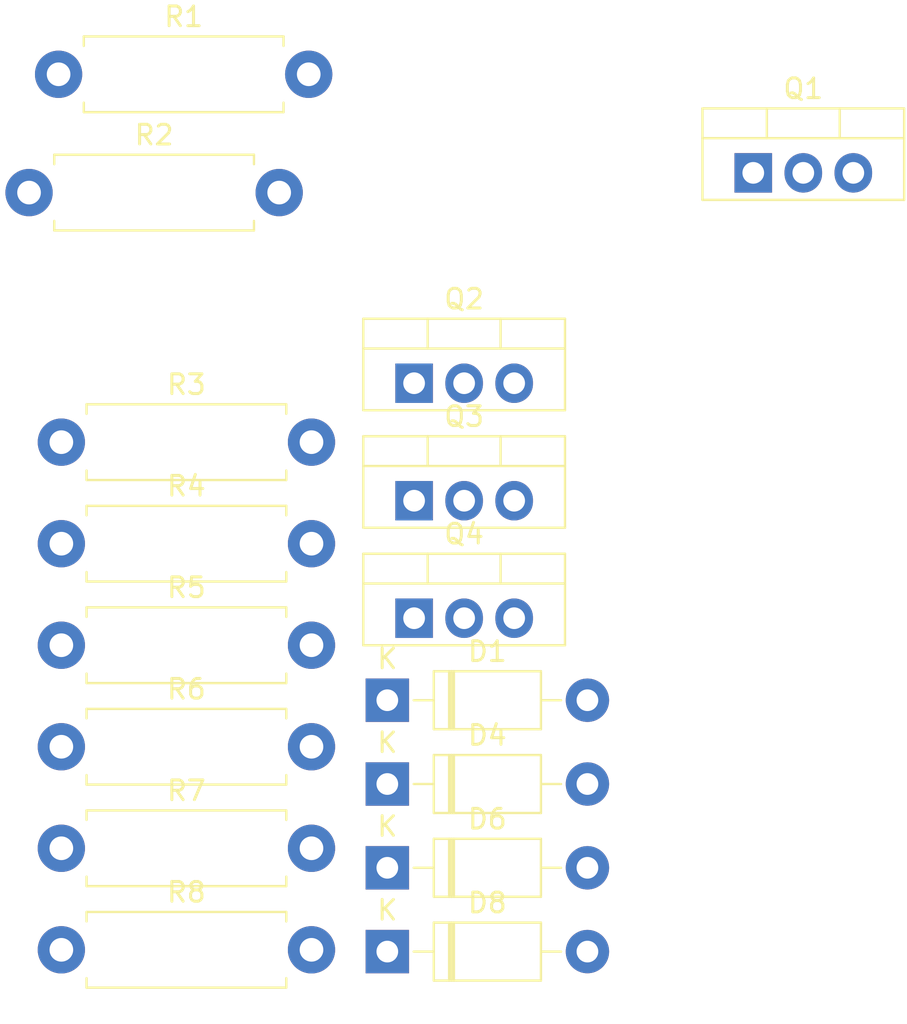
<source format=kicad_pcb>
(kicad_pcb (version 20240108) (generator "pcbnew") (generator_version "8.0")
  (layers (0 "F.Cu" signal) (31 "B.Cu" signal) (34 "B.Paste" user) (35 "F.Paste" user) (36 "B.SilkS" user "B.Silkscreen") (37 "F.SilkS" user "F.Silkscreen") (38 "B.Mask" user) (39 "F.Mask" user) (44 "Edge.Cuts" user))
  (net 0 "")
  (net 1 "Net-(D1-K)")
  (net 2 "Net-(D1-A)")
  (net 3 "Net-(D4-K)")
  (net 4 "Net-(D3-K)")
  (net 5 "Net-(D6-K)")
  (net 6 "Net-(D5-K)")
  (net 7 "Net-(D8-K)")
  (net 8 "Net-(D7-K)")
  (net 9 "GND")
  (net 10 "Net-(J2-Pin_8)")
  (net 11 "Net-(J2-Pin_6)")
  (net 12 "Net-(J2-Pin_4)")
  (net 13 "Net-(J2-Pin_2)")
  (net 14 "Net-(D2-A)")
  (net 15 "Net-(D3-A)")
  (net 16 "Net-(D5-A)")
  (net 17 "Net-(D7-A)")
  (footprint "Resistor_THT:R_Axial_DIN0411_L9.9mm_D3.6mm_P12.70mm_Horizontal" (layer "F.Cu") (at 91.79 81.26)
    (property "Reference" "R7" (at 6.35 -2.92 0) (layer "F.SilkS"))
    (property "Value" "130")
    (fp_line (start 1.28 -1.92) (end 11.42 -1.92) (stroke (width 0.12)) (layer "F.SilkS"))
    (fp_line (start 1.28 -1.44) (end 1.28 -1.92) (stroke (width 0.12)) (layer "F.SilkS"))
    (fp_line (start 1.28 1.44) (end 1.28 1.92) (stroke (width 0.12)) (layer "F.SilkS"))
    (fp_line (start 1.28 1.92) (end 11.42 1.92) (stroke (width 0.12)) (layer "F.SilkS"))
    (fp_line (start 11.42 -1.92) (end 11.42 -1.44) (stroke (width 0.12)) (layer "F.SilkS"))
    (fp_line (start 11.42 1.92) (end 11.42 1.44) (stroke (width 0.12)) (layer "F.SilkS"))
    (pad "1" thru_hole circle (at 0 0) (size 2.4 2.4) (drill 1.2) (layers "*.Cu" "*.Mask") (net 7 "Net-(D8-K)"))
    (pad "2" thru_hole oval (at 12.7 0) (size 2.4 2.4) (drill 1.2) (layers "*.Cu" "*.Mask") (net 17 "Net-(D7-A)"))
  )
  (footprint "Package_TO_SOT_THT:TO-220-3_Vertical" (layer "F.Cu") (at 126.92 47)
    (property "Reference" "Q1" (at 2.54 -4.27 0) (layer "F.SilkS"))
    (property "Value" "IRLZ44N")
    (fp_line (start -2.58 -3.27) (end -2.58 1.371) (stroke (width 0.12)) (layer "F.SilkS"))
    (fp_line (start -2.58 -3.27) (end 7.66 -3.27) (stroke (width 0.12)) (layer "F.SilkS"))
    (fp_line (start -2.58 -1.76) (end 7.66 -1.76) (stroke (width 0.12)) (layer "F.SilkS"))
    (fp_line (start -2.58 1.371) (end 7.66 1.371) (stroke (width 0.12)) (layer "F.SilkS"))
    (fp_line (start 0.69 -3.27) (end 0.69 -1.76) (stroke (width 0.12)) (layer "F.SilkS"))
    (fp_line (start 4.391 -3.27) (end 4.391 -1.76) (stroke (width 0.12)) (layer "F.SilkS"))
    (fp_line (start 7.66 -3.27) (end 7.66 1.371) (stroke (width 0.12)) (layer "F.SilkS"))
    (pad "1" thru_hole rect (at 0 0) (size 1.905 2) (drill 1.1) (layers "*.Cu" "*.Mask") (net 10 "Net-(J2-Pin_8)"))
    (pad "2" thru_hole oval (at 2.54 0) (size 1.905 2) (drill 1.1) (layers "*.Cu" "*.Mask") (net 2 "Net-(D1-A)"))
    (pad "3" thru_hole oval (at 5.08 0) (size 1.905 2) (drill 1.1) (layers "*.Cu" "*.Mask") (net 9 "GND"))
  )
  (footprint "Package_TO_SOT_THT:TO-220-3_Vertical" (layer "F.Cu") (at 109.7 69.59)
    (property "Reference" "Q4" (at 2.54 -4.27 0) (layer "F.SilkS"))
    (property "Value" "IRLZ44N")
    (fp_line (start -2.58 -3.27) (end -2.58 1.371) (stroke (width 0.12)) (layer "F.SilkS"))
    (fp_line (start -2.58 -3.27) (end 7.66 -3.27) (stroke (width 0.12)) (layer "F.SilkS"))
    (fp_line (start -2.58 -1.76) (end 7.66 -1.76) (stroke (width 0.12)) (layer "F.SilkS"))
    (fp_line (start -2.58 1.371) (end 7.66 1.371) (stroke (width 0.12)) (layer "F.SilkS"))
    (fp_line (start 0.69 -3.27) (end 0.69 -1.76) (stroke (width 0.12)) (layer "F.SilkS"))
    (fp_line (start 4.391 -3.27) (end 4.391 -1.76) (stroke (width 0.12)) (layer "F.SilkS"))
    (fp_line (start 7.66 -3.27) (end 7.66 1.371) (stroke (width 0.12)) (layer "F.SilkS"))
    (pad "1" thru_hole rect (at 0 0) (size 1.905 2) (drill 1.1) (layers "*.Cu" "*.Mask") (net 13 "Net-(J2-Pin_2)"))
    (pad "2" thru_hole oval (at 2.54 0) (size 1.905 2) (drill 1.1) (layers "*.Cu" "*.Mask") (net 8 "Net-(D7-K)"))
    (pad "3" thru_hole oval (at 5.08 0) (size 1.905 2) (drill 1.1) (layers "*.Cu" "*.Mask") (net 9 "GND"))
  )
  (footprint "Package_TO_SOT_THT:TO-220-3_Vertical" (layer "F.Cu") (at 109.7 57.67)
    (property "Reference" "Q2" (at 2.54 -4.27 0) (layer "F.SilkS"))
    (property "Value" "IRLZ44N")
    (fp_line (start -2.58 -3.27) (end -2.58 1.371) (stroke (width 0.12)) (layer "F.SilkS"))
    (fp_line (start -2.58 -3.27) (end 7.66 -3.27) (stroke (width 0.12)) (layer "F.SilkS"))
    (fp_line (start -2.58 -1.76) (end 7.66 -1.76) (stroke (width 0.12)) (layer "F.SilkS"))
    (fp_line (start -2.58 1.371) (end 7.66 1.371) (stroke (width 0.12)) (layer "F.SilkS"))
    (fp_line (start 0.69 -3.27) (end 0.69 -1.76) (stroke (width 0.12)) (layer "F.SilkS"))
    (fp_line (start 4.391 -3.27) (end 4.391 -1.76) (stroke (width 0.12)) (layer "F.SilkS"))
    (fp_line (start 7.66 -3.27) (end 7.66 1.371) (stroke (width 0.12)) (layer "F.SilkS"))
    (pad "1" thru_hole rect (at 0 0) (size 1.905 2) (drill 1.1) (layers "*.Cu" "*.Mask") (net 11 "Net-(J2-Pin_6)"))
    (pad "2" thru_hole oval (at 2.54 0) (size 1.905 2) (drill 1.1) (layers "*.Cu" "*.Mask") (net 4 "Net-(D3-K)"))
    (pad "3" thru_hole oval (at 5.08 0) (size 1.905 2) (drill 1.1) (layers "*.Cu" "*.Mask") (net 9 "GND"))
  )
  (footprint "Diode_THT:D_DO-41_SOD81_P10.16mm_Horizontal" (layer "F.Cu") (at 108.34 78)
    (property "Reference" "D4" (at 5.08 -2.47 0) (layer "F.SilkS"))
    (property "Value" "1N4001")
    (fp_line (start 1.34 0) (end 2.36 0) (stroke (width 0.12)) (layer "F.SilkS"))
    (fp_line (start 2.36 -1.47) (end 2.36 1.47) (stroke (width 0.12)) (layer "F.SilkS"))
    (fp_line (start 2.36 1.47) (end 7.8 1.47) (stroke (width 0.12)) (layer "F.SilkS"))
    (fp_line (start 3.14 -1.47) (end 3.14 1.47) (stroke (width 0.12)) (layer "F.SilkS"))
    (fp_line (start 3.26 -1.47) (end 3.26 1.47) (stroke (width 0.12)) (layer "F.SilkS"))
    (fp_line (start 3.38 -1.47) (end 3.38 1.47) (stroke (width 0.12)) (layer "F.SilkS"))
    (fp_line (start 7.8 -1.47) (end 2.36 -1.47) (stroke (width 0.12)) (layer "F.SilkS"))
    (fp_line (start 7.8 1.47) (end 7.8 -1.47) (stroke (width 0.12)) (layer "F.SilkS"))
    (fp_line (start 8.82 0) (end 7.8 0) (stroke (width 0.12)) (layer "F.SilkS"))
    (fp_text user "K" (at 0 -2.1 0) (layer "F.SilkS"))
    (pad "1" thru_hole rect (at 0 0) (size 2.2 2.2) (drill 1.1) (layers "*.Cu" "*.Mask") (net 3 "Net-(D4-K)"))
    (pad "2" thru_hole oval (at 10.16 0) (size 2.2 2.2) (drill 1.1) (layers "*.Cu" "*.Mask") (net 4 "Net-(D3-K)"))
  )
  (footprint "Resistor_THT:R_Axial_DIN0411_L9.9mm_D3.6mm_P12.70mm_Horizontal" (layer "F.Cu") (at 91.79 65.81)
    (property "Reference" "R4" (at 6.35 -2.92 0) (layer "F.SilkS"))
    (property "Value" "10K")
    (fp_line (start 1.28 -1.92) (end 11.42 -1.92) (stroke (width 0.12)) (layer "F.SilkS"))
    (fp_line (start 1.28 -1.44) (end 1.28 -1.92) (stroke (width 0.12)) (layer "F.SilkS"))
    (fp_line (start 1.28 1.44) (end 1.28 1.92) (stroke (width 0.12)) (layer "F.SilkS"))
    (fp_line (start 1.28 1.92) (end 11.42 1.92) (stroke (width 0.12)) (layer "F.SilkS"))
    (fp_line (start 11.42 -1.92) (end 11.42 -1.44) (stroke (width 0.12)) (layer "F.SilkS"))
    (fp_line (start 11.42 1.92) (end 11.42 1.44) (stroke (width 0.12)) (layer "F.SilkS"))
    (pad "1" thru_hole circle (at 0 0) (size 2.4 2.4) (drill 1.2) (layers "*.Cu" "*.Mask") (net 11 "Net-(J2-Pin_6)"))
    (pad "2" thru_hole oval (at 12.7 0) (size 2.4 2.4) (drill 1.2) (layers "*.Cu" "*.Mask") (net 9 "GND"))
  )
  (footprint "Resistor_THT:R_Axial_DIN0411_L9.9mm_D3.6mm_P12.70mm_Horizontal" (layer "F.Cu") (at 90.15 48)
    (property "Reference" "R2" (at 6.35 -2.92 0) (layer "F.SilkS"))
    (property "Value" "130")
    (fp_line (start 1.28 -1.92) (end 11.42 -1.92) (stroke (width 0.12)) (layer "F.SilkS"))
    (fp_line (start 1.28 -1.44) (end 1.28 -1.92) (stroke (width 0.12)) (layer "F.SilkS"))
    (fp_line (start 1.28 1.44) (end 1.28 1.92) (stroke (width 0.12)) (layer "F.SilkS"))
    (fp_line (start 1.28 1.92) (end 11.42 1.92) (stroke (width 0.12)) (layer "F.SilkS"))
    (fp_line (start 11.42 -1.92) (end 11.42 -1.44) (stroke (width 0.12)) (layer "F.SilkS"))
    (fp_line (start 11.42 1.92) (end 11.42 1.44) (stroke (width 0.12)) (layer "F.SilkS"))
    (pad "1" thru_hole circle (at 0 0) (size 2.4 2.4) (drill 1.2) (layers "*.Cu" "*.Mask") (net 1 "Net-(D1-K)"))
    (pad "2" thru_hole oval (at 12.7 0) (size 2.4 2.4) (drill 1.2) (layers "*.Cu" "*.Mask") (net 14 "Net-(D2-A)"))
  )
  (footprint "Resistor_THT:R_Axial_DIN0411_L9.9mm_D3.6mm_P12.70mm_Horizontal" (layer "F.Cu") (at 91.79 70.96)
    (property "Reference" "R5" (at 6.35 -2.92 0) (layer "F.SilkS"))
    (property "Value" "130")
    (fp_line (start 1.28 -1.92) (end 11.42 -1.92) (stroke (width 0.12)) (layer "F.SilkS"))
    (fp_line (start 1.28 -1.44) (end 1.28 -1.92) (stroke (width 0.12)) (layer "F.SilkS"))
    (fp_line (start 1.28 1.44) (end 1.28 1.92) (stroke (width 0.12)) (layer "F.SilkS"))
    (fp_line (start 1.28 1.92) (end 11.42 1.92) (stroke (width 0.12)) (layer "F.SilkS"))
    (fp_line (start 11.42 -1.92) (end 11.42 -1.44) (stroke (width 0.12)) (layer "F.SilkS"))
    (fp_line (start 11.42 1.92) (end 11.42 1.44) (stroke (width 0.12)) (layer "F.SilkS"))
    (pad "1" thru_hole circle (at 0 0) (size 2.4 2.4) (drill 1.2) (layers "*.Cu" "*.Mask") (net 5 "Net-(D6-K)"))
    (pad "2" thru_hole oval (at 12.7 0) (size 2.4 2.4) (drill 1.2) (layers "*.Cu" "*.Mask") (net 16 "Net-(D5-A)"))
  )
  (footprint "Diode_THT:D_DO-41_SOD81_P10.16mm_Horizontal" (layer "F.Cu") (at 108.34 73.75)
    (property "Reference" "D1" (at 5.08 -2.47 0) (layer "F.SilkS"))
    (property "Value" "1N4001")
    (fp_line (start 1.34 0) (end 2.36 0) (stroke (width 0.12)) (layer "F.SilkS"))
    (fp_line (start 2.36 -1.47) (end 2.36 1.47) (stroke (width 0.12)) (layer "F.SilkS"))
    (fp_line (start 2.36 1.47) (end 7.8 1.47) (stroke (width 0.12)) (layer "F.SilkS"))
    (fp_line (start 3.14 -1.47) (end 3.14 1.47) (stroke (width 0.12)) (layer "F.SilkS"))
    (fp_line (start 3.26 -1.47) (end 3.26 1.47) (stroke (width 0.12)) (layer "F.SilkS"))
    (fp_line (start 3.38 -1.47) (end 3.38 1.47) (stroke (width 0.12)) (layer "F.SilkS"))
    (fp_line (start 7.8 -1.47) (end 2.36 -1.47) (stroke (width 0.12)) (layer "F.SilkS"))
    (fp_line (start 7.8 1.47) (end 7.8 -1.47) (stroke (width 0.12)) (layer "F.SilkS"))
    (fp_line (start 8.82 0) (end 7.8 0) (stroke (width 0.12)) (layer "F.SilkS"))
    (fp_text user "K" (at 0 -2.1 0) (layer "F.SilkS"))
    (pad "1" thru_hole rect (at 0 0) (size 2.2 2.2) (drill 1.1) (layers "*.Cu" "*.Mask") (net 1 "Net-(D1-K)"))
    (pad "2" thru_hole oval (at 10.16 0) (size 2.2 2.2) (drill 1.1) (layers "*.Cu" "*.Mask") (net 2 "Net-(D1-A)"))
  )
  (footprint "Diode_THT:D_DO-41_SOD81_P10.16mm_Horizontal" (layer "F.Cu") (at 108.34 82.25)
    (property "Reference" "D6" (at 5.08 -2.47 0) (layer "F.SilkS"))
    (property "Value" "1N4001")
    (fp_line (start 1.34 0) (end 2.36 0) (stroke (width 0.12)) (layer "F.SilkS"))
    (fp_line (start 2.36 -1.47) (end 2.36 1.47) (stroke (width 0.12)) (layer "F.SilkS"))
    (fp_line (start 2.36 1.47) (end 7.8 1.47) (stroke (width 0.12)) (layer "F.SilkS"))
    (fp_line (start 3.14 -1.47) (end 3.14 1.47) (stroke (width 0.12)) (layer "F.SilkS"))
    (fp_line (start 3.26 -1.47) (end 3.26 1.47) (stroke (width 0.12)) (layer "F.SilkS"))
    (fp_line (start 3.38 -1.47) (end 3.38 1.47) (stroke (width 0.12)) (layer "F.SilkS"))
    (fp_line (start 7.8 -1.47) (end 2.36 -1.47) (stroke (width 0.12)) (layer "F.SilkS"))
    (fp_line (start 7.8 1.47) (end 7.8 -1.47) (stroke (width 0.12)) (layer "F.SilkS"))
    (fp_line (start 8.82 0) (end 7.8 0) (stroke (width 0.12)) (layer "F.SilkS"))
    (fp_text user "K" (at 0 -2.1 0) (layer "F.SilkS"))
    (pad "1" thru_hole rect (at 0 0) (size 2.2 2.2) (drill 1.1) (layers "*.Cu" "*.Mask") (net 5 "Net-(D6-K)"))
    (pad "2" thru_hole oval (at 10.16 0) (size 2.2 2.2) (drill 1.1) (layers "*.Cu" "*.Mask") (net 6 "Net-(D5-K)"))
  )
  (footprint "Resistor_THT:R_Axial_DIN0411_L9.9mm_D3.6mm_P12.70mm_Horizontal" (layer "F.Cu") (at 91.79 60.66)
    (property "Reference" "R3" (at 6.35 -2.92 0) (layer "F.SilkS"))
    (property "Value" "130")
    (fp_line (start 1.28 -1.92) (end 11.42 -1.92) (stroke (width 0.12)) (layer "F.SilkS"))
    (fp_line (start 1.28 -1.44) (end 1.28 -1.92) (stroke (width 0.12)) (layer "F.SilkS"))
    (fp_line (start 1.28 1.44) (end 1.28 1.92) (stroke (width 0.12)) (layer "F.SilkS"))
    (fp_line (start 1.28 1.92) (end 11.42 1.92) (stroke (width 0.12)) (layer "F.SilkS"))
    (fp_line (start 11.42 -1.92) (end 11.42 -1.44) (stroke (width 0.12)) (layer "F.SilkS"))
    (fp_line (start 11.42 1.92) (end 11.42 1.44) (stroke (width 0.12)) (layer "F.SilkS"))
    (pad "1" thru_hole circle (at 0 0) (size 2.4 2.4) (drill 1.2) (layers "*.Cu" "*.Mask") (net 3 "Net-(D4-K)"))
    (pad "2" thru_hole oval (at 12.7 0) (size 2.4 2.4) (drill 1.2) (layers "*.Cu" "*.Mask") (net 15 "Net-(D3-A)"))
  )
  (footprint "Package_TO_SOT_THT:TO-220-3_Vertical" (layer "F.Cu") (at 109.7 63.63)
    (property "Reference" "Q3" (at 2.54 -4.27 0) (layer "F.SilkS"))
    (property "Value" "IRLZ44N")
    (fp_line (start -2.58 -3.27) (end -2.58 1.371) (stroke (width 0.12)) (layer "F.SilkS"))
    (fp_line (start -2.58 -3.27) (end 7.66 -3.27) (stroke (width 0.12)) (layer "F.SilkS"))
    (fp_line (start -2.58 -1.76) (end 7.66 -1.76) (stroke (width 0.12)) (layer "F.SilkS"))
    (fp_line (start -2.58 1.371) (end 7.66 1.371) (stroke (width 0.12)) (layer "F.SilkS"))
    (fp_line (start 0.69 -3.27) (end 0.69 -1.76) (stroke (width 0.12)) (layer "F.SilkS"))
    (fp_line (start 4.391 -3.27) (end 4.391 -1.76) (stroke (width 0.12)) (layer "F.SilkS"))
    (fp_line (start 7.66 -3.27) (end 7.66 1.371) (stroke (width 0.12)) (layer "F.SilkS"))
    (pad "1" thru_hole rect (at 0 0) (size 1.905 2) (drill 1.1) (layers "*.Cu" "*.Mask") (net 12 "Net-(J2-Pin_4)"))
    (pad "2" thru_hole oval (at 2.54 0) (size 1.905 2) (drill 1.1) (layers "*.Cu" "*.Mask") (net 6 "Net-(D5-K)"))
    (pad "3" thru_hole oval (at 5.08 0) (size 1.905 2) (drill 1.1) (layers "*.Cu" "*.Mask") (net 9 "GND"))
  )
  (footprint "Resistor_THT:R_Axial_DIN0411_L9.9mm_D3.6mm_P12.70mm_Horizontal" (layer "F.Cu") (at 91.79 76.11)
    (property "Reference" "R6" (at 6.35 -2.92 0) (layer "F.SilkS"))
    (property "Value" "10K")
    (fp_line (start 1.28 -1.92) (end 11.42 -1.92) (stroke (width 0.12)) (layer "F.SilkS"))
    (fp_line (start 1.28 -1.44) (end 1.28 -1.92) (stroke (width 0.12)) (layer "F.SilkS"))
    (fp_line (start 1.28 1.44) (end 1.28 1.92) (stroke (width 0.12)) (layer "F.SilkS"))
    (fp_line (start 1.28 1.92) (end 11.42 1.92) (stroke (width 0.12)) (layer "F.SilkS"))
    (fp_line (start 11.42 -1.92) (end 11.42 -1.44) (stroke (width 0.12)) (layer "F.SilkS"))
    (fp_line (start 11.42 1.92) (end 11.42 1.44) (stroke (width 0.12)) (layer "F.SilkS"))
    (pad "1" thru_hole circle (at 0 0) (size 2.4 2.4) (drill 1.2) (layers "*.Cu" "*.Mask") (net 12 "Net-(J2-Pin_4)"))
    (pad "2" thru_hole oval (at 12.7 0) (size 2.4 2.4) (drill 1.2) (layers "*.Cu" "*.Mask") (net 9 "GND"))
  )
  (footprint "Diode_THT:D_DO-41_SOD81_P10.16mm_Horizontal" (layer "F.Cu") (at 108.34 86.5)
    (property "Reference" "D8" (at 5.08 -2.47 0) (layer "F.SilkS"))
    (property "Value" "1N4001")
    (fp_line (start 1.34 0) (end 2.36 0) (stroke (width 0.12)) (layer "F.SilkS"))
    (fp_line (start 2.36 -1.47) (end 2.36 1.47) (stroke (width 0.12)) (layer "F.SilkS"))
    (fp_line (start 2.36 1.47) (end 7.8 1.47) (stroke (width 0.12)) (layer "F.SilkS"))
    (fp_line (start 3.14 -1.47) (end 3.14 1.47) (stroke (width 0.12)) (layer "F.SilkS"))
    (fp_line (start 3.26 -1.47) (end 3.26 1.47) (stroke (width 0.12)) (layer "F.SilkS"))
    (fp_line (start 3.38 -1.47) (end 3.38 1.47) (stroke (width 0.12)) (layer "F.SilkS"))
    (fp_line (start 7.8 -1.47) (end 2.36 -1.47) (stroke (width 0.12)) (layer "F.SilkS"))
    (fp_line (start 7.8 1.47) (end 7.8 -1.47) (stroke (width 0.12)) (layer "F.SilkS"))
    (fp_line (start 8.82 0) (end 7.8 0) (stroke (width 0.12)) (layer "F.SilkS"))
    (fp_text user "K" (at 0 -2.1 0) (layer "F.SilkS"))
    (pad "1" thru_hole rect (at 0 0) (size 2.2 2.2) (drill 1.1) (layers "*.Cu" "*.Mask") (net 7 "Net-(D8-K)"))
    (pad "2" thru_hole oval (at 10.16 0) (size 2.2 2.2) (drill 1.1) (layers "*.Cu" "*.Mask") (net 8 "Net-(D7-K)"))
  )
  (footprint "Resistor_THT:R_Axial_DIN0411_L9.9mm_D3.6mm_P12.70mm_Horizontal" (layer "F.Cu") (at 91.79 86.41)
    (property "Reference" "R8" (at 6.35 -2.92 0) (layer "F.SilkS"))
    (property "Value" "10K")
    (fp_line (start 1.28 -1.92) (end 11.42 -1.92) (stroke (width 0.12)) (layer "F.SilkS"))
    (fp_line (start 1.28 -1.44) (end 1.28 -1.92) (stroke (width 0.12)) (layer "F.SilkS"))
    (fp_line (start 1.28 1.44) (end 1.28 1.92) (stroke (width 0.12)) (layer "F.SilkS"))
    (fp_line (start 1.28 1.92) (end 11.42 1.92) (stroke (width 0.12)) (layer "F.SilkS"))
    (fp_line (start 11.42 -1.92) (end 11.42 -1.44) (stroke (width 0.12)) (layer "F.SilkS"))
    (fp_line (start 11.42 1.92) (end 11.42 1.44) (stroke (width 0.12)) (layer "F.SilkS"))
    (pad "1" thru_hole circle (at 0 0) (size 2.4 2.4) (drill 1.2) (layers "*.Cu" "*.Mask") (net 13 "Net-(J2-Pin_2)"))
    (pad "2" thru_hole oval (at 12.7 0) (size 2.4 2.4) (drill 1.2) (layers "*.Cu" "*.Mask") (net 9 "GND"))
  )
  (footprint "Resistor_THT:R_Axial_DIN0411_L9.9mm_D3.6mm_P12.70mm_Horizontal" (layer "F.Cu") (at 91.65 42)
    (property "Reference" "R1" (at 6.35 -2.92 0) (layer "F.SilkS"))
    (property "Value" "10K")
    (fp_line (start 1.28 -1.92) (end 11.42 -1.92) (stroke (width 0.12)) (layer "F.SilkS"))
    (fp_line (start 1.28 -1.44) (end 1.28 -1.92) (stroke (width 0.12)) (layer "F.SilkS"))
    (fp_line (start 1.28 1.44) (end 1.28 1.92) (stroke (width 0.12)) (layer "F.SilkS"))
    (fp_line (start 1.28 1.92) (end 11.42 1.92) (stroke (width 0.12)) (layer "F.SilkS"))
    (fp_line (start 11.42 -1.92) (end 11.42 -1.44) (stroke (width 0.12)) (layer "F.SilkS"))
    (fp_line (start 11.42 1.92) (end 11.42 1.44) (stroke (width 0.12)) (layer "F.SilkS"))
    (pad "1" thru_hole circle (at 0 0) (size 2.4 2.4) (drill 1.2) (layers "*.Cu" "*.Mask") (net 10 "Net-(J2-Pin_8)"))
    (pad "2" thru_hole oval (at 12.7 0) (size 2.4 2.4) (drill 1.2) (layers "*.Cu" "*.Mask") (net 9 "GND"))
  )
)
</source>
